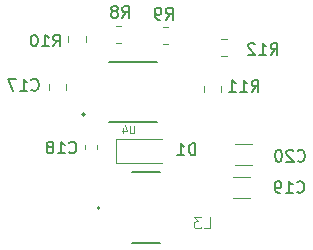
<source format=gbr>
%TF.GenerationSoftware,KiCad,Pcbnew,(5.1.8)-1*%
%TF.CreationDate,2021-05-10T11:21:08+03:00*%
%TF.ProjectId,PWR_SUB_SYS_PCB,5057525f-5355-4425-9f53-59535f504342,rev?*%
%TF.SameCoordinates,Original*%
%TF.FileFunction,Legend,Bot*%
%TF.FilePolarity,Positive*%
%FSLAX46Y46*%
G04 Gerber Fmt 4.6, Leading zero omitted, Abs format (unit mm)*
G04 Created by KiCad (PCBNEW (5.1.8)-1) date 2021-05-10 11:21:08*
%MOMM*%
%LPD*%
G01*
G04 APERTURE LIST*
%ADD10C,0.120000*%
%ADD11C,0.200000*%
%ADD12C,0.127000*%
%ADD13C,0.150000*%
%ADD14C,0.015000*%
G04 APERTURE END LIST*
D10*
%TO.C,C17*%
X210158700Y-116661252D02*
X210158700Y-116138748D01*
X211628700Y-116661252D02*
X211628700Y-116138748D01*
%TO.C,C18*%
X213203100Y-121329833D02*
X213203100Y-121622367D01*
X214223100Y-121329833D02*
X214223100Y-121622367D01*
%TO.C,C19*%
X225791148Y-124007800D02*
X227213652Y-124007800D01*
X225791148Y-125827800D02*
X227213652Y-125827800D01*
%TO.C,C20*%
X225942748Y-121175700D02*
X227365252Y-121175700D01*
X225942748Y-122995700D02*
X227365252Y-122995700D01*
%TO.C,D1*%
X215882700Y-122780900D02*
X215882700Y-120780900D01*
X215882700Y-120780900D02*
X219782700Y-120780900D01*
X215882700Y-122780900D02*
X219782700Y-122780900D01*
D11*
%TO.C,L3*%
X214474000Y-126619600D02*
G75*
G03*
X214474000Y-126619600I-100000J0D01*
G01*
D12*
X217174000Y-123619600D02*
X219574000Y-123619600D01*
X217174000Y-129619600D02*
X219574000Y-129619600D01*
D10*
%TO.C,R8*%
X215851536Y-111190700D02*
X216305664Y-111190700D01*
X215851536Y-112660700D02*
X216305664Y-112660700D01*
%TO.C,R9*%
X219820036Y-112787700D02*
X220274164Y-112787700D01*
X219820036Y-111317700D02*
X220274164Y-111317700D01*
%TO.C,R10*%
X211822400Y-112089036D02*
X211822400Y-112543164D01*
X213292400Y-112089036D02*
X213292400Y-112543164D01*
%TO.C,R11*%
X223265100Y-116784964D02*
X223265100Y-116330836D01*
X224735100Y-116784964D02*
X224735100Y-116330836D01*
%TO.C,R12*%
X224773036Y-113752900D02*
X225227164Y-113752900D01*
X224773036Y-112282900D02*
X225227164Y-112282900D01*
D11*
%TO.C,U4*%
X213194500Y-118715200D02*
G75*
G03*
X213194500Y-118715200I-100000J0D01*
G01*
D12*
X215294500Y-114296200D02*
X219294500Y-114296200D01*
X215294500Y-119334200D02*
X219294500Y-119334200D01*
%TO.C,C17*%
D13*
X208691757Y-116600842D02*
X208739376Y-116648461D01*
X208882233Y-116696080D01*
X208977471Y-116696080D01*
X209120328Y-116648461D01*
X209215566Y-116553223D01*
X209263185Y-116457985D01*
X209310804Y-116267509D01*
X209310804Y-116124652D01*
X209263185Y-115934176D01*
X209215566Y-115838938D01*
X209120328Y-115743700D01*
X208977471Y-115696080D01*
X208882233Y-115696080D01*
X208739376Y-115743700D01*
X208691757Y-115791319D01*
X207739376Y-116696080D02*
X208310804Y-116696080D01*
X208025090Y-116696080D02*
X208025090Y-115696080D01*
X208120328Y-115838938D01*
X208215566Y-115934176D01*
X208310804Y-115981795D01*
X207406042Y-115696080D02*
X206739376Y-115696080D01*
X207167947Y-116696080D01*
%TO.C,C18*%
X211879457Y-121922142D02*
X211927076Y-121969761D01*
X212069933Y-122017380D01*
X212165171Y-122017380D01*
X212308028Y-121969761D01*
X212403266Y-121874523D01*
X212450885Y-121779285D01*
X212498504Y-121588809D01*
X212498504Y-121445952D01*
X212450885Y-121255476D01*
X212403266Y-121160238D01*
X212308028Y-121065000D01*
X212165171Y-121017380D01*
X212069933Y-121017380D01*
X211927076Y-121065000D01*
X211879457Y-121112619D01*
X210927076Y-122017380D02*
X211498504Y-122017380D01*
X211212790Y-122017380D02*
X211212790Y-121017380D01*
X211308028Y-121160238D01*
X211403266Y-121255476D01*
X211498504Y-121303095D01*
X210355647Y-121445952D02*
X210450885Y-121398333D01*
X210498504Y-121350714D01*
X210546123Y-121255476D01*
X210546123Y-121207857D01*
X210498504Y-121112619D01*
X210450885Y-121065000D01*
X210355647Y-121017380D01*
X210165171Y-121017380D01*
X210069933Y-121065000D01*
X210022314Y-121112619D01*
X209974695Y-121207857D01*
X209974695Y-121255476D01*
X210022314Y-121350714D01*
X210069933Y-121398333D01*
X210165171Y-121445952D01*
X210355647Y-121445952D01*
X210450885Y-121493571D01*
X210498504Y-121541190D01*
X210546123Y-121636428D01*
X210546123Y-121826904D01*
X210498504Y-121922142D01*
X210450885Y-121969761D01*
X210355647Y-122017380D01*
X210165171Y-122017380D01*
X210069933Y-121969761D01*
X210022314Y-121922142D01*
X209974695Y-121826904D01*
X209974695Y-121636428D01*
X210022314Y-121541190D01*
X210069933Y-121493571D01*
X210165171Y-121445952D01*
%TO.C,C19*%
X231183457Y-125249542D02*
X231231076Y-125297161D01*
X231373933Y-125344780D01*
X231469171Y-125344780D01*
X231612028Y-125297161D01*
X231707266Y-125201923D01*
X231754885Y-125106685D01*
X231802504Y-124916209D01*
X231802504Y-124773352D01*
X231754885Y-124582876D01*
X231707266Y-124487638D01*
X231612028Y-124392400D01*
X231469171Y-124344780D01*
X231373933Y-124344780D01*
X231231076Y-124392400D01*
X231183457Y-124440019D01*
X230231076Y-125344780D02*
X230802504Y-125344780D01*
X230516790Y-125344780D02*
X230516790Y-124344780D01*
X230612028Y-124487638D01*
X230707266Y-124582876D01*
X230802504Y-124630495D01*
X229754885Y-125344780D02*
X229564409Y-125344780D01*
X229469171Y-125297161D01*
X229421552Y-125249542D01*
X229326314Y-125106685D01*
X229278695Y-124916209D01*
X229278695Y-124535257D01*
X229326314Y-124440019D01*
X229373933Y-124392400D01*
X229469171Y-124344780D01*
X229659647Y-124344780D01*
X229754885Y-124392400D01*
X229802504Y-124440019D01*
X229850123Y-124535257D01*
X229850123Y-124773352D01*
X229802504Y-124868590D01*
X229754885Y-124916209D01*
X229659647Y-124963828D01*
X229469171Y-124963828D01*
X229373933Y-124916209D01*
X229326314Y-124868590D01*
X229278695Y-124773352D01*
%TO.C,C20*%
X231234257Y-122620642D02*
X231281876Y-122668261D01*
X231424733Y-122715880D01*
X231519971Y-122715880D01*
X231662828Y-122668261D01*
X231758066Y-122573023D01*
X231805685Y-122477785D01*
X231853304Y-122287309D01*
X231853304Y-122144452D01*
X231805685Y-121953976D01*
X231758066Y-121858738D01*
X231662828Y-121763500D01*
X231519971Y-121715880D01*
X231424733Y-121715880D01*
X231281876Y-121763500D01*
X231234257Y-121811119D01*
X230853304Y-121811119D02*
X230805685Y-121763500D01*
X230710447Y-121715880D01*
X230472352Y-121715880D01*
X230377114Y-121763500D01*
X230329495Y-121811119D01*
X230281876Y-121906357D01*
X230281876Y-122001595D01*
X230329495Y-122144452D01*
X230900923Y-122715880D01*
X230281876Y-122715880D01*
X229662828Y-121715880D02*
X229567590Y-121715880D01*
X229472352Y-121763500D01*
X229424733Y-121811119D01*
X229377114Y-121906357D01*
X229329495Y-122096833D01*
X229329495Y-122334928D01*
X229377114Y-122525404D01*
X229424733Y-122620642D01*
X229472352Y-122668261D01*
X229567590Y-122715880D01*
X229662828Y-122715880D01*
X229758066Y-122668261D01*
X229805685Y-122620642D01*
X229853304Y-122525404D01*
X229900923Y-122334928D01*
X229900923Y-122096833D01*
X229853304Y-121906357D01*
X229805685Y-121811119D01*
X229758066Y-121763500D01*
X229662828Y-121715880D01*
%TO.C,D1*%
X222579195Y-122157080D02*
X222579195Y-121157080D01*
X222341100Y-121157080D01*
X222198242Y-121204700D01*
X222103004Y-121299938D01*
X222055385Y-121395176D01*
X222007766Y-121585652D01*
X222007766Y-121728509D01*
X222055385Y-121918985D01*
X222103004Y-122014223D01*
X222198242Y-122109461D01*
X222341100Y-122157080D01*
X222579195Y-122157080D01*
X221055385Y-122157080D02*
X221626814Y-122157080D01*
X221341100Y-122157080D02*
X221341100Y-121157080D01*
X221436338Y-121299938D01*
X221531576Y-121395176D01*
X221626814Y-121442795D01*
%TO.C,L3*%
D14*
X223303166Y-128354680D02*
X223779357Y-128354680D01*
X223779357Y-127354680D01*
X223065071Y-127354680D02*
X222446023Y-127354680D01*
X222779357Y-127735633D01*
X222636500Y-127735633D01*
X222541261Y-127783252D01*
X222493642Y-127830871D01*
X222446023Y-127926109D01*
X222446023Y-128164204D01*
X222493642Y-128259442D01*
X222541261Y-128307061D01*
X222636500Y-128354680D01*
X222922214Y-128354680D01*
X223017452Y-128307061D01*
X223065071Y-128259442D01*
%TO.C,R8*%
D13*
X216388266Y-110549280D02*
X216721600Y-110073090D01*
X216959695Y-110549280D02*
X216959695Y-109549280D01*
X216578742Y-109549280D01*
X216483504Y-109596900D01*
X216435885Y-109644519D01*
X216388266Y-109739757D01*
X216388266Y-109882614D01*
X216435885Y-109977852D01*
X216483504Y-110025471D01*
X216578742Y-110073090D01*
X216959695Y-110073090D01*
X215816838Y-109977852D02*
X215912076Y-109930233D01*
X215959695Y-109882614D01*
X216007314Y-109787376D01*
X216007314Y-109739757D01*
X215959695Y-109644519D01*
X215912076Y-109596900D01*
X215816838Y-109549280D01*
X215626361Y-109549280D01*
X215531123Y-109596900D01*
X215483504Y-109644519D01*
X215435885Y-109739757D01*
X215435885Y-109787376D01*
X215483504Y-109882614D01*
X215531123Y-109930233D01*
X215626361Y-109977852D01*
X215816838Y-109977852D01*
X215912076Y-110025471D01*
X215959695Y-110073090D01*
X216007314Y-110168328D01*
X216007314Y-110358804D01*
X215959695Y-110454042D01*
X215912076Y-110501661D01*
X215816838Y-110549280D01*
X215626361Y-110549280D01*
X215531123Y-110501661D01*
X215483504Y-110454042D01*
X215435885Y-110358804D01*
X215435885Y-110168328D01*
X215483504Y-110073090D01*
X215531123Y-110025471D01*
X215626361Y-109977852D01*
%TO.C,R9*%
X220077366Y-110676280D02*
X220410700Y-110200090D01*
X220648795Y-110676280D02*
X220648795Y-109676280D01*
X220267842Y-109676280D01*
X220172604Y-109723900D01*
X220124985Y-109771519D01*
X220077366Y-109866757D01*
X220077366Y-110009614D01*
X220124985Y-110104852D01*
X220172604Y-110152471D01*
X220267842Y-110200090D01*
X220648795Y-110200090D01*
X219601176Y-110676280D02*
X219410700Y-110676280D01*
X219315461Y-110628661D01*
X219267842Y-110581042D01*
X219172604Y-110438185D01*
X219124985Y-110247709D01*
X219124985Y-109866757D01*
X219172604Y-109771519D01*
X219220223Y-109723900D01*
X219315461Y-109676280D01*
X219505938Y-109676280D01*
X219601176Y-109723900D01*
X219648795Y-109771519D01*
X219696414Y-109866757D01*
X219696414Y-110104852D01*
X219648795Y-110200090D01*
X219601176Y-110247709D01*
X219505938Y-110295328D01*
X219315461Y-110295328D01*
X219220223Y-110247709D01*
X219172604Y-110200090D01*
X219124985Y-110104852D01*
%TO.C,R10*%
X210545957Y-112949580D02*
X210879290Y-112473390D01*
X211117385Y-112949580D02*
X211117385Y-111949580D01*
X210736433Y-111949580D01*
X210641195Y-111997200D01*
X210593576Y-112044819D01*
X210545957Y-112140057D01*
X210545957Y-112282914D01*
X210593576Y-112378152D01*
X210641195Y-112425771D01*
X210736433Y-112473390D01*
X211117385Y-112473390D01*
X209593576Y-112949580D02*
X210165004Y-112949580D01*
X209879290Y-112949580D02*
X209879290Y-111949580D01*
X209974528Y-112092438D01*
X210069766Y-112187676D01*
X210165004Y-112235295D01*
X208974528Y-111949580D02*
X208879290Y-111949580D01*
X208784052Y-111997200D01*
X208736433Y-112044819D01*
X208688814Y-112140057D01*
X208641195Y-112330533D01*
X208641195Y-112568628D01*
X208688814Y-112759104D01*
X208736433Y-112854342D01*
X208784052Y-112901961D01*
X208879290Y-112949580D01*
X208974528Y-112949580D01*
X209069766Y-112901961D01*
X209117385Y-112854342D01*
X209165004Y-112759104D01*
X209212623Y-112568628D01*
X209212623Y-112330533D01*
X209165004Y-112140057D01*
X209117385Y-112044819D01*
X209069766Y-111997200D01*
X208974528Y-111949580D01*
%TO.C,R11*%
X227335357Y-116797680D02*
X227668690Y-116321490D01*
X227906785Y-116797680D02*
X227906785Y-115797680D01*
X227525833Y-115797680D01*
X227430595Y-115845300D01*
X227382976Y-115892919D01*
X227335357Y-115988157D01*
X227335357Y-116131014D01*
X227382976Y-116226252D01*
X227430595Y-116273871D01*
X227525833Y-116321490D01*
X227906785Y-116321490D01*
X226382976Y-116797680D02*
X226954404Y-116797680D01*
X226668690Y-116797680D02*
X226668690Y-115797680D01*
X226763928Y-115940538D01*
X226859166Y-116035776D01*
X226954404Y-116083395D01*
X225430595Y-116797680D02*
X226002023Y-116797680D01*
X225716309Y-116797680D02*
X225716309Y-115797680D01*
X225811547Y-115940538D01*
X225906785Y-116035776D01*
X226002023Y-116083395D01*
%TO.C,R12*%
X228948257Y-113660780D02*
X229281590Y-113184590D01*
X229519685Y-113660780D02*
X229519685Y-112660780D01*
X229138733Y-112660780D01*
X229043495Y-112708400D01*
X228995876Y-112756019D01*
X228948257Y-112851257D01*
X228948257Y-112994114D01*
X228995876Y-113089352D01*
X229043495Y-113136971D01*
X229138733Y-113184590D01*
X229519685Y-113184590D01*
X227995876Y-113660780D02*
X228567304Y-113660780D01*
X228281590Y-113660780D02*
X228281590Y-112660780D01*
X228376828Y-112803638D01*
X228472066Y-112898876D01*
X228567304Y-112946495D01*
X227614923Y-112756019D02*
X227567304Y-112708400D01*
X227472066Y-112660780D01*
X227233971Y-112660780D01*
X227138733Y-112708400D01*
X227091114Y-112756019D01*
X227043495Y-112851257D01*
X227043495Y-112946495D01*
X227091114Y-113089352D01*
X227662542Y-113660780D01*
X227043495Y-113660780D01*
%TO.C,U4*%
D14*
X217414119Y-119671123D02*
X217414119Y-120189219D01*
X217383642Y-120250171D01*
X217353166Y-120280647D01*
X217292214Y-120311123D01*
X217170309Y-120311123D01*
X217109357Y-120280647D01*
X217078880Y-120250171D01*
X217048404Y-120189219D01*
X217048404Y-119671123D01*
X216469357Y-119884457D02*
X216469357Y-120311123D01*
X216621738Y-119640647D02*
X216774119Y-120097790D01*
X216377928Y-120097790D01*
%TD*%
M02*

</source>
